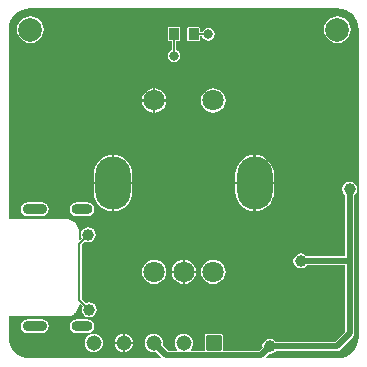
<source format=gbr>
%TF.GenerationSoftware,Altium Limited,Altium Designer,20.1.8 (145)*%
G04 Layer_Physical_Order=2*
G04 Layer_Color=16729670*
%FSLAX44Y44*%
%MOMM*%
%TF.SameCoordinates,BF84AABB-580B-4B44-99C5-09E2CFC6D698*%
%TF.FilePolarity,Positive*%
%TF.FileFunction,Copper,L2,Bot,Signal*%
%TF.Part,Single*%
G01*
G75*
%TA.AperFunction,Conductor*%
%ADD10C,0.1270*%
%ADD23C,0.5080*%
%TA.AperFunction,ComponentPad*%
%ADD30O,1.8000X0.9000*%
%ADD31O,2.1000X0.9000*%
%ADD32C,1.8000*%
%ADD33O,3.0000X4.5000*%
G04:AMPARAMS|DCode=34|XSize=3mm|YSize=4.5mm|CornerRadius=1.5mm|HoleSize=0mm|Usage=FLASHONLY|Rotation=180.000|XOffset=0mm|YOffset=0mm|HoleType=Round|Shape=RoundedRectangle|*
%AMROUNDEDRECTD34*
21,1,3.0000,1.5000,0,0,180.0*
21,1,0.0000,4.5000,0,0,180.0*
1,1,3.0000,0.0000,0.7500*
1,1,3.0000,0.0000,0.7500*
1,1,3.0000,0.0000,-0.7500*
1,1,3.0000,0.0000,-0.7500*
%
%ADD34ROUNDEDRECTD34*%
G04:AMPARAMS|DCode=35|XSize=1.3mm|YSize=1.3mm|CornerRadius=0.65mm|HoleSize=0mm|Usage=FLASHONLY|Rotation=180.000|XOffset=0mm|YOffset=0mm|HoleType=Round|Shape=RoundedRectangle|*
%AMROUNDEDRECTD35*
21,1,1.3000,0.0000,0,0,180.0*
21,1,0.0000,1.3000,0,0,180.0*
1,1,1.3000,0.0000,0.0000*
1,1,1.3000,0.0000,0.0000*
1,1,1.3000,0.0000,0.0000*
1,1,1.3000,0.0000,0.0000*
%
%ADD35ROUNDEDRECTD35*%
G04:AMPARAMS|DCode=36|XSize=1.3mm|YSize=1.3mm|CornerRadius=0.065mm|HoleSize=0mm|Usage=FLASHONLY|Rotation=180.000|XOffset=0mm|YOffset=0mm|HoleType=Round|Shape=RoundedRectangle|*
%AMROUNDEDRECTD36*
21,1,1.3000,1.1700,0,0,180.0*
21,1,1.1700,1.3000,0,0,180.0*
1,1,0.1300,-0.5850,0.5850*
1,1,0.1300,0.5850,0.5850*
1,1,0.1300,0.5850,-0.5850*
1,1,0.1300,-0.5850,-0.5850*
%
%ADD36ROUNDEDRECTD36*%
%TA.AperFunction,WasherPad*%
%ADD37C,2.0000*%
%TA.AperFunction,ViaPad*%
%ADD38C,1.0000*%
%ADD39C,0.8000*%
%ADD40C,0.8000*%
%TA.AperFunction,SMDPad,CuDef*%
G04:AMPARAMS|DCode=41|XSize=0.95mm|YSize=0.8mm|CornerRadius=0.004mm|HoleSize=0mm|Usage=FLASHONLY|Rotation=90.000|XOffset=0mm|YOffset=0mm|HoleType=Round|Shape=RoundedRectangle|*
%AMROUNDEDRECTD41*
21,1,0.9500,0.7920,0,0,90.0*
21,1,0.9420,0.8000,0,0,90.0*
1,1,0.0080,0.3960,0.4710*
1,1,0.0080,0.3960,-0.4710*
1,1,0.0080,-0.3960,-0.4710*
1,1,0.0080,-0.3960,0.4710*
%
%ADD41ROUNDEDRECTD41*%
G36*
X10130000Y10148182D02*
X10133547Y10147833D01*
X10136958Y10146799D01*
X10140102Y10145118D01*
X10142857Y10142857D01*
X10145118Y10140102D01*
X10146799Y10136958D01*
X10147833Y10133547D01*
X10148182Y10130000D01*
X10148187D01*
Y9870000D01*
X10148182D01*
X10147833Y9866453D01*
X10146799Y9863042D01*
X10145118Y9859898D01*
X10142857Y9857143D01*
X10140102Y9854882D01*
X10136958Y9853201D01*
X10133547Y9852167D01*
X10130000Y9851818D01*
Y9851813D01*
X10070098D01*
X10069612Y9852986D01*
X10072241Y9855615D01*
X10072990Y9855465D01*
X10075437Y9855952D01*
X10077511Y9857338D01*
X10077936Y9857974D01*
X10129630D01*
X10131116Y9858269D01*
X10132376Y9859111D01*
X10143247Y9869982D01*
X10144089Y9871242D01*
X10144385Y9872729D01*
Y9934222D01*
Y9989805D01*
X10145020Y9990229D01*
X10146406Y9992303D01*
X10146893Y9994750D01*
X10146406Y9997197D01*
X10145020Y9999271D01*
X10142946Y10000656D01*
X10140500Y10001143D01*
X10138054Y10000656D01*
X10135980Y9999271D01*
X10134594Y9997197D01*
X10134107Y9994750D01*
X10134594Y9992303D01*
X10135980Y9990229D01*
X10136616Y9989805D01*
Y9938102D01*
X10104131D01*
X10103706Y9938738D01*
X10101632Y9940124D01*
X10099186Y9940610D01*
X10096740Y9940124D01*
X10094665Y9938738D01*
X10093279Y9936664D01*
X10092793Y9934218D01*
X10093279Y9931771D01*
X10094665Y9929697D01*
X10096740Y9928312D01*
X10099186Y9927825D01*
X10101632Y9928312D01*
X10103706Y9929697D01*
X10104131Y9930333D01*
X10136616D01*
Y9874338D01*
X10128020Y9865743D01*
X10077936D01*
X10077511Y9866378D01*
X10075437Y9867764D01*
X10072990Y9868251D01*
X10070544Y9867764D01*
X10068470Y9866378D01*
X10067084Y9864304D01*
X10066597Y9861858D01*
X10066747Y9861108D01*
X10063842Y9858203D01*
X10033774D01*
X10033207Y9858892D01*
Y9870592D01*
X10033058Y9871342D01*
X10032634Y9871976D01*
X10031999Y9872401D01*
X10031250Y9872550D01*
X10019550D01*
X10018801Y9872401D01*
X10018166Y9871976D01*
X10017742Y9871342D01*
X10017592Y9870592D01*
Y9858892D01*
X10017026Y9858203D01*
X10006160D01*
X10005750Y9859473D01*
X10006787Y9860824D01*
X10007570Y9862714D01*
X10007837Y9864742D01*
X10007570Y9866771D01*
X10006787Y9868661D01*
X10005541Y9870284D01*
X10003918Y9871530D01*
X10002028Y9872312D01*
X10000000Y9872579D01*
X9997972Y9872312D01*
X9996082Y9871530D01*
X9994459Y9870284D01*
X9993213Y9868661D01*
X9992430Y9866771D01*
X9992163Y9864742D01*
X9992430Y9862714D01*
X9993213Y9860824D01*
X9994250Y9859473D01*
X9993840Y9858203D01*
X9986633D01*
X9982156Y9862680D01*
X9982170Y9862714D01*
X9982437Y9864742D01*
X9982170Y9866771D01*
X9981387Y9868661D01*
X9980142Y9870284D01*
X9978519Y9871530D01*
X9976628Y9872312D01*
X9974600Y9872579D01*
X9972571Y9872312D01*
X9970682Y9871530D01*
X9969058Y9870284D01*
X9967813Y9868661D01*
X9967030Y9866771D01*
X9966763Y9864742D01*
X9967030Y9862714D01*
X9967813Y9860824D01*
X9969058Y9859200D01*
X9970682Y9857955D01*
X9972571Y9857172D01*
X9974600Y9856905D01*
X9976628Y9857172D01*
X9976663Y9857186D01*
X9980862Y9852986D01*
X9980377Y9851813D01*
X9871270D01*
X9870000Y9851818D01*
X9870000Y9851818D01*
X9870000Y9851818D01*
X9866453Y9852167D01*
X9863042Y9853201D01*
X9859898Y9854882D01*
X9857143Y9857143D01*
X9854882Y9859898D01*
X9853201Y9863042D01*
X9852167Y9866453D01*
X9851818Y9870000D01*
X9851813D01*
Y9887488D01*
X9901580D01*
X9901580Y9887488D01*
X9902636Y9887652D01*
X9902773Y9887679D01*
X9904033Y9887845D01*
X9906319Y9888792D01*
X9907328Y9889566D01*
X9907443Y9889643D01*
X9907459Y9889667D01*
X9907651Y9889814D01*
X9907652Y9889814D01*
X9907653Y9889816D01*
X9908282Y9890298D01*
X9908765Y9890927D01*
X9908766Y9890928D01*
X9908766Y9890930D01*
X9908914Y9891121D01*
X9908937Y9891136D01*
X9909014Y9891252D01*
X9909788Y9892261D01*
X9910735Y9894547D01*
X9910901Y9895807D01*
X9910928Y9895944D01*
X9911092Y9897000D01*
X9911996Y9897877D01*
X9912266Y9897988D01*
X9914379Y9895874D01*
X9914094Y9895446D01*
X9913607Y9893000D01*
X9914094Y9890554D01*
X9915480Y9888480D01*
X9917554Y9887094D01*
X9920000Y9886607D01*
X9922446Y9887094D01*
X9924520Y9888480D01*
X9925906Y9890554D01*
X9926393Y9893000D01*
X9925906Y9895446D01*
X9924520Y9897520D01*
X9922446Y9898906D01*
X9920000Y9899393D01*
X9917554Y9898906D01*
X9917126Y9898621D01*
X9913554Y9902193D01*
Y9948057D01*
X9916376Y9950880D01*
X9916804Y9950594D01*
X9919250Y9950107D01*
X9921696Y9950594D01*
X9923770Y9951979D01*
X9925156Y9954053D01*
X9925643Y9956500D01*
X9925156Y9958947D01*
X9923770Y9961021D01*
X9921696Y9962406D01*
X9919250Y9962893D01*
X9916804Y9962406D01*
X9914730Y9961021D01*
X9913344Y9958947D01*
X9912857Y9956500D01*
X9913344Y9954053D01*
X9913629Y9953626D01*
X9912266Y9952263D01*
X9911092Y9952748D01*
Y9960000D01*
X9911042Y9960120D01*
X9910955Y9960786D01*
Y9960788D01*
X9910954Y9960789D01*
X9910923Y9961028D01*
X9910928Y9961056D01*
X9910901Y9961193D01*
X9910735Y9962453D01*
X9909788Y9964739D01*
X9909014Y9965748D01*
X9908937Y9965864D01*
X9908914Y9965879D01*
X9908766Y9966071D01*
X9908766Y9966072D01*
X9908765Y9966074D01*
X9908282Y9966702D01*
X9907653Y9967184D01*
X9907652Y9967186D01*
X9907651Y9967186D01*
X9907459Y9967333D01*
X9907443Y9967357D01*
X9907328Y9967434D01*
X9906319Y9968208D01*
X9904033Y9969155D01*
X9902773Y9969321D01*
X9902636Y9969348D01*
X9902608Y9969343D01*
X9902369Y9969374D01*
X9902368Y9969375D01*
X9902366D01*
X9901700Y9969462D01*
X9901580Y9969512D01*
X9851813D01*
Y10130000D01*
X9851818D01*
X9852167Y10133547D01*
X9853201Y10136958D01*
X9854882Y10140102D01*
X9857143Y10142857D01*
X9859898Y10145118D01*
X9863042Y10146799D01*
X9866453Y10147833D01*
X9870000Y10148182D01*
Y10148187D01*
X10130000Y10148187D01*
Y10148182D01*
D02*
G37*
%LPC*%
G36*
X10012210Y10132276D02*
X10004290D01*
X10003287Y10131861D01*
X10002872Y10130858D01*
Y10121439D01*
X10003287Y10120436D01*
X10004290Y10120020D01*
X10012210D01*
X10013213Y10120436D01*
X10013628Y10121439D01*
Y10124206D01*
X10015663D01*
X10015686Y10124092D01*
X10016851Y10122349D01*
X10018594Y10121184D01*
X10020650Y10120775D01*
X10022706Y10121184D01*
X10024450Y10122349D01*
X10025615Y10124092D01*
X10026024Y10126148D01*
X10025615Y10128204D01*
X10024450Y10129948D01*
X10022706Y10131113D01*
X10020650Y10131522D01*
X10018594Y10131113D01*
X10016851Y10129948D01*
X10015686Y10128204D01*
X10015663Y10128091D01*
X10013628D01*
Y10130858D01*
X10013213Y10131861D01*
X10012210Y10132276D01*
D02*
G37*
G36*
X10130000Y10141367D02*
X10127058Y10140980D01*
X10124316Y10139844D01*
X10121962Y10138038D01*
X10120156Y10135684D01*
X10119020Y10132942D01*
X10118633Y10130000D01*
X10119020Y10127058D01*
X10120156Y10124316D01*
X10121962Y10121962D01*
X10124316Y10120156D01*
X10127058Y10119020D01*
X10130000Y10118633D01*
X10132942Y10119020D01*
X10135684Y10120156D01*
X10138038Y10121962D01*
X10139844Y10124316D01*
X10140980Y10127058D01*
X10141367Y10130000D01*
X10140980Y10132942D01*
X10139844Y10135684D01*
X10138038Y10138038D01*
X10135684Y10139844D01*
X10132942Y10140980D01*
X10130000Y10141367D01*
D02*
G37*
G36*
X9870000D02*
X9867058Y10140980D01*
X9864316Y10139844D01*
X9861962Y10138038D01*
X9860156Y10135684D01*
X9859020Y10132942D01*
X9858633Y10130000D01*
X9859020Y10127058D01*
X9860156Y10124316D01*
X9861962Y10121962D01*
X9864316Y10120156D01*
X9867058Y10119020D01*
X9870000Y10118633D01*
X9872942Y10119020D01*
X9875684Y10120156D01*
X9878038Y10121962D01*
X9879844Y10124316D01*
X9880980Y10127058D01*
X9881367Y10130000D01*
X9880980Y10132942D01*
X9879844Y10135684D01*
X9878038Y10138038D01*
X9875684Y10139844D01*
X9872942Y10140980D01*
X9870000Y10141367D01*
D02*
G37*
G36*
X9995710Y10132276D02*
X9987790D01*
X9986787Y10131861D01*
X9986372Y10130858D01*
Y10121439D01*
X9986787Y10120436D01*
X9987790Y10120020D01*
X9989808D01*
Y10112711D01*
X9989694Y10112688D01*
X9987950Y10111523D01*
X9986786Y10109780D01*
X9986377Y10107724D01*
X9986786Y10105667D01*
X9987950Y10103924D01*
X9989694Y10102759D01*
X9991750Y10102350D01*
X9993806Y10102759D01*
X9995549Y10103924D01*
X9996714Y10105667D01*
X9997123Y10107724D01*
X9996714Y10109780D01*
X9995549Y10111523D01*
X9993806Y10112688D01*
X9993692Y10112711D01*
Y10120020D01*
X9995710D01*
X9996713Y10120436D01*
X9997128Y10121439D01*
Y10130858D01*
X9996713Y10131861D01*
X9995710Y10132276D01*
D02*
G37*
G36*
X9976016Y10080225D02*
Y10071017D01*
X9985225D01*
X9985005Y10072681D01*
X9983971Y10075179D01*
X9982325Y10077325D01*
X9980179Y10078971D01*
X9977681Y10080005D01*
X9976016Y10080225D01*
D02*
G37*
G36*
X9973984Y10080225D02*
X9972319Y10080005D01*
X9969821Y10078971D01*
X9967675Y10077325D01*
X9966029Y10075179D01*
X9964995Y10072681D01*
X9964775Y10071017D01*
X9973984D01*
Y10080225D01*
D02*
G37*
G36*
X9985225Y10068984D02*
X9976016D01*
Y10059775D01*
X9977681Y10059995D01*
X9980179Y10061029D01*
X9982325Y10062675D01*
X9983971Y10064821D01*
X9985005Y10067319D01*
X9985225Y10068984D01*
D02*
G37*
G36*
X9973984D02*
X9964775D01*
X9964995Y10067319D01*
X9966029Y10064821D01*
X9967675Y10062675D01*
X9969821Y10061029D01*
X9972319Y10059995D01*
X9973984Y10059775D01*
Y10068984D01*
D02*
G37*
G36*
X10025000Y10080359D02*
X10022319Y10080005D01*
X10019821Y10078971D01*
X10017675Y10077325D01*
X10016029Y10075179D01*
X10014995Y10072681D01*
X10014641Y10070000D01*
X10014995Y10067319D01*
X10016029Y10064821D01*
X10017675Y10062675D01*
X10019821Y10061029D01*
X10022319Y10059995D01*
X10025000Y10059641D01*
X10027681Y10059995D01*
X10030179Y10061029D01*
X10032325Y10062675D01*
X10033971Y10064821D01*
X10035005Y10067319D01*
X10035359Y10070000D01*
X10035005Y10072681D01*
X10033971Y10075179D01*
X10032325Y10077325D01*
X10030179Y10078971D01*
X10027681Y10080005D01*
X10025000Y10080359D01*
D02*
G37*
G36*
X9941016Y10023749D02*
Y10001017D01*
X9956349D01*
Y10007500D01*
X9956035Y10010690D01*
X9955104Y10013756D01*
X9953593Y10016583D01*
X9951560Y10019060D01*
X9949083Y10021093D01*
X9946256Y10022604D01*
X9943190Y10023535D01*
X9941016Y10023749D01*
D02*
G37*
G36*
X10061015Y10023749D02*
Y10001017D01*
X10076349D01*
Y10007500D01*
X10076035Y10010690D01*
X10075104Y10013756D01*
X10073593Y10016583D01*
X10071560Y10019060D01*
X10069083Y10021093D01*
X10066256Y10022604D01*
X10063190Y10023535D01*
X10061015Y10023749D01*
D02*
G37*
G36*
X10058983Y10023749D02*
X10056810Y10023535D01*
X10053744Y10022604D01*
X10050917Y10021093D01*
X10048440Y10019060D01*
X10046407Y10016583D01*
X10044896Y10013756D01*
X10043965Y10010690D01*
X10043651Y10007500D01*
Y10001017D01*
X10058983D01*
Y10023749D01*
D02*
G37*
G36*
X9938984Y10023749D02*
X9936810Y10023535D01*
X9933744Y10022604D01*
X9930917Y10021093D01*
X9928440Y10019060D01*
X9926406Y10016583D01*
X9924896Y10013756D01*
X9923965Y10010690D01*
X9923651Y10007500D01*
Y10001017D01*
X9938984D01*
Y10023749D01*
D02*
G37*
G36*
X10058983Y9998985D02*
X10043651D01*
Y9992500D01*
X10043965Y9989310D01*
X10044896Y9986244D01*
X10046407Y9983417D01*
X10048440Y9980940D01*
X10050917Y9978906D01*
X10053744Y9977396D01*
X10056810Y9976465D01*
X10058983Y9976251D01*
Y9998985D01*
D02*
G37*
G36*
X9956349D02*
X9941016D01*
Y9976251D01*
X9943190Y9976465D01*
X9946256Y9977396D01*
X9949083Y9978906D01*
X9951560Y9980940D01*
X9953593Y9983417D01*
X9955104Y9986244D01*
X9956035Y9989310D01*
X9956349Y9992500D01*
Y9998985D01*
D02*
G37*
G36*
X9938984D02*
X9923651D01*
Y9992500D01*
X9923965Y9989310D01*
X9924896Y9986244D01*
X9926406Y9983417D01*
X9928440Y9980940D01*
X9930917Y9978906D01*
X9933744Y9977396D01*
X9936810Y9976465D01*
X9938984Y9976251D01*
Y9998985D01*
D02*
G37*
G36*
X10076349D02*
X10061015D01*
Y9976251D01*
X10063190Y9976465D01*
X10066256Y9977396D01*
X10069083Y9978906D01*
X10071560Y9980940D01*
X10073593Y9983417D01*
X10075104Y9986244D01*
X10076035Y9989310D01*
X10076349Y9992500D01*
Y9998985D01*
D02*
G37*
G36*
X9918280Y9983883D02*
X9909280D01*
X9907029Y9983435D01*
X9905120Y9982160D01*
X9903845Y9980251D01*
X9903397Y9978000D01*
X9903845Y9975749D01*
X9905120Y9973840D01*
X9907029Y9972565D01*
X9909280Y9972117D01*
X9918280D01*
X9920531Y9972565D01*
X9922440Y9973840D01*
X9923715Y9975749D01*
X9924163Y9978000D01*
X9923715Y9980251D01*
X9922440Y9982160D01*
X9920531Y9983435D01*
X9918280Y9983883D01*
D02*
G37*
G36*
X9879780D02*
X9867780D01*
X9865529Y9983435D01*
X9863620Y9982160D01*
X9862345Y9980251D01*
X9861897Y9978000D01*
X9862345Y9975749D01*
X9863620Y9973840D01*
X9865529Y9972565D01*
X9867780Y9972117D01*
X9879780D01*
X9882031Y9972565D01*
X9883940Y9973840D01*
X9885215Y9975749D01*
X9885663Y9978000D01*
X9885215Y9980251D01*
X9883940Y9982160D01*
X9882031Y9983435D01*
X9879780Y9983883D01*
D02*
G37*
G36*
X10001017Y9935225D02*
Y9926016D01*
X10010225D01*
X10010005Y9927681D01*
X10008971Y9930179D01*
X10007325Y9932325D01*
X10005179Y9933971D01*
X10002681Y9935005D01*
X10001017Y9935225D01*
D02*
G37*
G36*
X9998985Y9935225D02*
X9997319Y9935005D01*
X9994821Y9933971D01*
X9992675Y9932325D01*
X9991029Y9930179D01*
X9989995Y9927681D01*
X9989775Y9926016D01*
X9998985D01*
Y9935225D01*
D02*
G37*
G36*
X10010225Y9923984D02*
X10001017D01*
Y9914775D01*
X10002681Y9914995D01*
X10005179Y9916029D01*
X10007325Y9917675D01*
X10008971Y9919821D01*
X10010005Y9922319D01*
X10010225Y9923984D01*
D02*
G37*
G36*
X9998985D02*
X9989775D01*
X9989995Y9922319D01*
X9991029Y9919821D01*
X9992675Y9917675D01*
X9994821Y9916029D01*
X9997319Y9914995D01*
X9998985Y9914775D01*
Y9923984D01*
D02*
G37*
G36*
X10025000Y9935359D02*
X10022319Y9935005D01*
X10019821Y9933971D01*
X10017675Y9932325D01*
X10016029Y9930179D01*
X10014995Y9927681D01*
X10014641Y9925000D01*
X10014995Y9922319D01*
X10016029Y9919821D01*
X10017675Y9917675D01*
X10019821Y9916029D01*
X10022319Y9914995D01*
X10025000Y9914641D01*
X10027681Y9914995D01*
X10030179Y9916029D01*
X10032325Y9917675D01*
X10033971Y9919821D01*
X10035005Y9922319D01*
X10035359Y9925000D01*
X10035005Y9927681D01*
X10033971Y9930179D01*
X10032325Y9932325D01*
X10030179Y9933971D01*
X10027681Y9935005D01*
X10025000Y9935359D01*
D02*
G37*
G36*
X9975000D02*
X9972319Y9935005D01*
X9969821Y9933971D01*
X9967675Y9932325D01*
X9966029Y9930179D01*
X9964995Y9927681D01*
X9964641Y9925000D01*
X9964995Y9922319D01*
X9966029Y9919821D01*
X9967675Y9917675D01*
X9969821Y9916029D01*
X9972319Y9914995D01*
X9975000Y9914641D01*
X9977681Y9914995D01*
X9980179Y9916029D01*
X9982325Y9917675D01*
X9983971Y9919821D01*
X9985005Y9922319D01*
X9985359Y9925000D01*
X9985005Y9927681D01*
X9983971Y9930179D01*
X9982325Y9932325D01*
X9980179Y9933971D01*
X9977681Y9935005D01*
X9975000Y9935359D01*
D02*
G37*
G36*
X9918280Y9884883D02*
X9909280D01*
X9907029Y9884435D01*
X9905120Y9883160D01*
X9903845Y9881251D01*
X9903397Y9879000D01*
X9903845Y9876749D01*
X9905120Y9874840D01*
X9907029Y9873565D01*
X9909280Y9873117D01*
X9918280D01*
X9920531Y9873565D01*
X9922440Y9874840D01*
X9923715Y9876749D01*
X9924163Y9879000D01*
X9923715Y9881251D01*
X9922440Y9883160D01*
X9920531Y9884435D01*
X9918280Y9884883D01*
D02*
G37*
G36*
X9879780D02*
X9867780D01*
X9865529Y9884435D01*
X9863620Y9883160D01*
X9862345Y9881251D01*
X9861897Y9879000D01*
X9862345Y9876749D01*
X9863620Y9874840D01*
X9865529Y9873565D01*
X9867780Y9873117D01*
X9879780D01*
X9882031Y9873565D01*
X9883940Y9874840D01*
X9885215Y9876749D01*
X9885663Y9879000D01*
X9885215Y9881251D01*
X9883940Y9883160D01*
X9882031Y9884435D01*
X9879780Y9884883D01*
D02*
G37*
G36*
X9950217Y9872446D02*
Y9865758D01*
X9956903D01*
X9956770Y9866771D01*
X9955987Y9868661D01*
X9954742Y9870284D01*
X9953118Y9871530D01*
X9951229Y9872312D01*
X9950217Y9872446D01*
D02*
G37*
G36*
X9948185Y9872446D02*
X9947172Y9872312D01*
X9945281Y9871530D01*
X9943658Y9870284D01*
X9942413Y9868661D01*
X9941630Y9866771D01*
X9941497Y9865758D01*
X9948185D01*
Y9872446D01*
D02*
G37*
G36*
X9949200Y9864742D02*
D01*
D01*
D01*
D02*
G37*
G36*
X9956903Y9863726D02*
X9950217D01*
Y9857039D01*
X9951229Y9857172D01*
X9953118Y9857955D01*
X9954742Y9859200D01*
X9955987Y9860824D01*
X9956770Y9862714D01*
X9956903Y9863726D01*
D02*
G37*
G36*
X9948185D02*
X9941497D01*
X9941630Y9862714D01*
X9942413Y9860824D01*
X9943658Y9859200D01*
X9945281Y9857955D01*
X9947172Y9857172D01*
X9948185Y9857039D01*
Y9863726D01*
D02*
G37*
G36*
X9923800Y9872579D02*
X9921772Y9872312D01*
X9919882Y9871530D01*
X9918259Y9870284D01*
X9917013Y9868661D01*
X9916230Y9866771D01*
X9915963Y9864742D01*
X9916230Y9862714D01*
X9917013Y9860824D01*
X9918259Y9859200D01*
X9919882Y9857955D01*
X9921772Y9857172D01*
X9923800Y9856905D01*
X9925828Y9857172D01*
X9927719Y9857955D01*
X9929341Y9859200D01*
X9930587Y9860824D01*
X9931370Y9862714D01*
X9931637Y9864742D01*
X9931370Y9866771D01*
X9930587Y9868661D01*
X9929341Y9870284D01*
X9927719Y9871530D01*
X9925828Y9872312D01*
X9923800Y9872579D01*
D02*
G37*
%LPD*%
D10*
X9991750Y10107724D02*
Y10126148D01*
X10008250D02*
X10020650D01*
X9920000Y9893000D02*
Y9893000D01*
X9911612Y9901388D02*
Y9948862D01*
Y9901388D02*
X9920000Y9893000D01*
X9911612Y9948862D02*
X9919250Y9956500D01*
D23*
X9974600Y9864742D02*
X9985024Y9854318D01*
X10065450D02*
X10072990Y9861858D01*
X9985024Y9854318D02*
X10065450D01*
X10140500Y9934222D02*
Y9994750D01*
X10099186Y9934218D02*
X10140495D01*
X10140500Y9934222D01*
Y9872729D02*
Y9934222D01*
X10129630Y9861858D02*
X10140500Y9872729D01*
X10072990Y9861858D02*
X10129630D01*
D30*
X9913780Y9879000D02*
D03*
Y9978000D02*
D03*
D31*
X9873780D02*
D03*
Y9879000D02*
D03*
D32*
X10025000Y9925000D02*
D03*
X9975000D02*
D03*
X10000000D02*
D03*
X10025000Y10070000D02*
D03*
X9975000D02*
D03*
D33*
X9940000Y10000000D02*
D03*
D34*
X10060000D02*
D03*
D35*
X9923800Y9864742D02*
D03*
X9949200D02*
D03*
X9974600D02*
D03*
X10000000D02*
D03*
D36*
X10025400D02*
D03*
D37*
X9870000Y10130000D02*
D03*
X10130000D02*
D03*
D38*
X10140500Y9994750D02*
D03*
X10099186Y9934218D02*
D03*
X10072990Y9861858D02*
D03*
X9920000Y9893000D02*
D03*
X9919250Y9956500D02*
D03*
D39*
X9991750Y10107724D02*
D03*
X10020650Y10126148D02*
D03*
D40*
X10132533Y9986362D02*
D03*
X10119250Y10067250D02*
D03*
X10073750Y10111750D02*
D03*
X9944125Y9883405D02*
D03*
Y9891686D02*
D03*
X9935844D02*
D03*
Y9899968D02*
D03*
X9927562D02*
D03*
Y9908250D02*
D03*
X9919280D02*
D03*
X10038948Y9870266D02*
D03*
X9884000Y9996750D02*
D03*
X9865750Y10039564D02*
D03*
X9884000Y10062500D02*
D03*
X9865750Y10086250D02*
D03*
X9886250Y10107000D02*
D03*
X9898000Y10092750D02*
D03*
X9909500Y10107250D02*
D03*
X9898000Y10121250D02*
D03*
X9941500Y10062500D02*
D03*
X9907000D02*
D03*
X9924250Y10073250D02*
D03*
X9992041Y10025250D02*
D03*
X9980750Y10039500D02*
D03*
X9992041Y10054000D02*
D03*
X10011500Y10063250D02*
D03*
X9947750Y9960355D02*
D03*
X9983750Y9947750D02*
D03*
X10053214Y9930750D02*
D03*
X10035821Y9948078D02*
D03*
X10036250Y9966500D02*
D03*
X10118030Y9972802D02*
D03*
X10105867Y9949818D02*
D03*
X10115618Y9908559D02*
D03*
X10128822Y9921805D02*
D03*
X10131119Y9889471D02*
D03*
X10100306Y9901236D02*
D03*
X10083326Y9887941D02*
D03*
X10038730Y9862325D02*
D03*
D41*
X10008250Y10126148D02*
D03*
X9991750D02*
D03*
%TF.MD5,c73ea92ac37625487cf942807d4683ee*%
M02*

</source>
